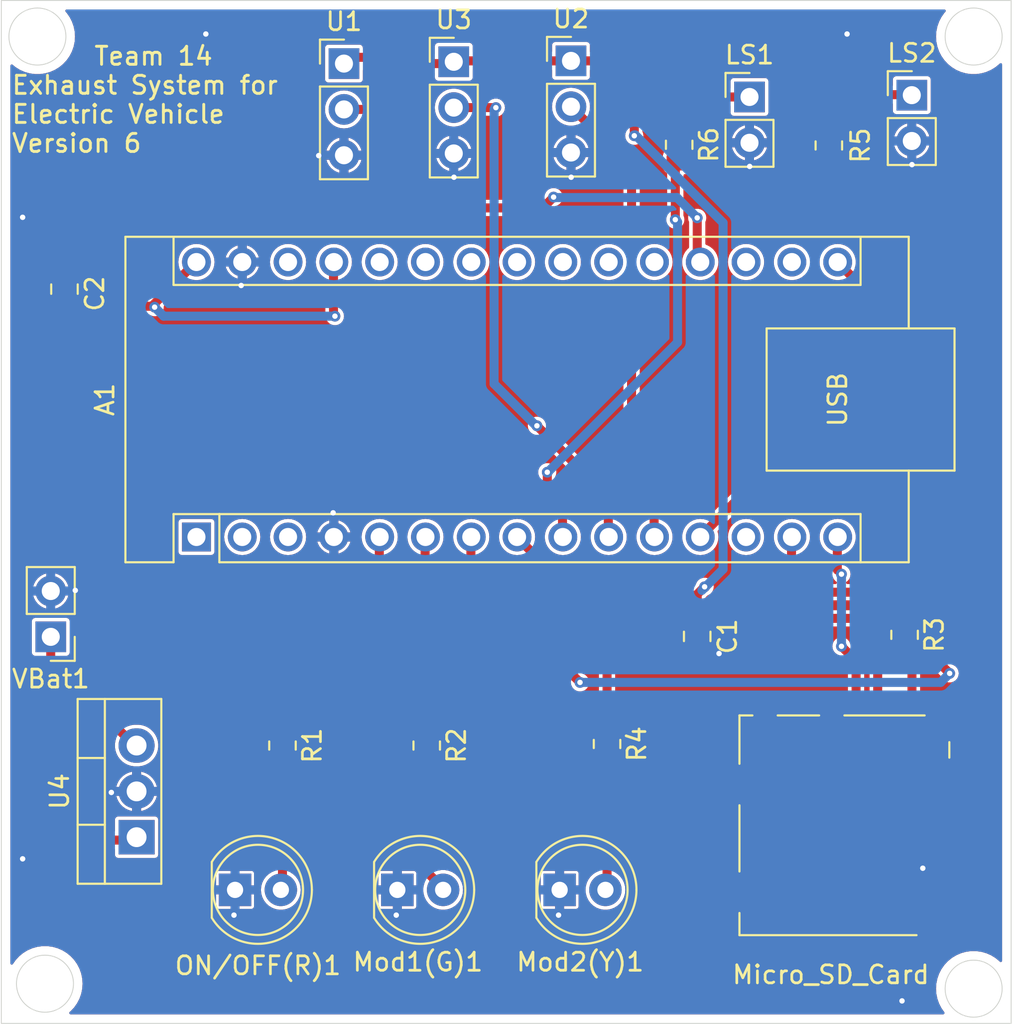
<source format=kicad_pcb>
(kicad_pcb (version 20240108) (generator "pcbnew") (generator_version "8.0")
  (title_block (title "Exhaust System for Electric Vehicle") (date "2024-11-30") (rev "6") (comment 1 "Team 14") (comment 2 "Final CAD"))
  (layers (0 "F.Cu" signal) (31 "B.Cu" signal) (34 "B.Paste" user) (35 "F.Paste" user) (36 "B.SilkS" user "B.Silkscreen") (37 "F.SilkS" user "F.Silkscreen") (38 "B.Mask" user) (39 "F.Mask" user) (44 "Edge.Cuts" user))
  (net 0 "")
  (net 2 "Net-(A1-D3)")
  (net 3 "+5V")
  (net 4 "Net-(A1-D11)")
  (net 5 "Net-(LS2-Pad1)")
  (net 6 "Net-(A1-D5)")
  (net 7 "Net-(A1-D2)")
  (net 8 "GND")
  (net 9 "Net-(LS1-Pad1)")
  (net 10 "Net-(A1-D4)")
  (net 11 "Net-(A1-D12)")
  (net 12 "Net-(A1-D13)")
  (net 16 "Net-(Mod1(G)1-A)")
  (net 17 "Net-(Mod2(Y)1-A)")
  (net 18 "Net-(ON/OFF(R)1-A)")
  (net 31 "Net-(A1-D6)")
  (net 32 "Net-(A1-D9)")
  (net 33 "Net-(A1-+5V)")
  (net 34 "Net-(U4-VI)")
  (net 36 "Net-(A1-A0)")
  (net 37 "Net-(A1-D7)")
  (net 38 "Net-(A1-D8)")
  (footprint "LED_THT:LED_D5.0mm" (layer "F.Cu") (at 118.46 133.8)
    (property "Reference" "ON/OFF(R)1" (at 1.27 4.2 0) (layer "F.SilkS"))
    (property "Value" "LED")
    (fp_line (start -1.29 -1.545) (end -1.29 1.545) (stroke (width 0.12)) (layer "F.SilkS"))
    (fp_arc (start -1.29 -1.54483) (mid 2.072002 -2.880433) (end 4.26 0.000462) (stroke (width 0.12)) (layer "F.SilkS"))
    (fp_arc (start 4.26 -0.000462) (mid 2.072002 2.880433) (end -1.29 1.54483) (stroke (width 0.12)) (layer "F.SilkS"))
    (fp_circle (center 1.27 0) (end 3.77 0) (stroke (width 0.12)) (fill none) (layer "F.SilkS"))
    (pad "1" thru_hole rect (at 0 0) (size 1.8 1.8) (drill 0.9) (layers "*.Cu" "*.Mask") (net 8 "GND"))
    (pad "2" thru_hole circle (at 2.54 0) (size 1.8 1.8) (drill 0.9) (layers "*.Cu" "*.Mask") (net 18 "Net-(ON/OFF(R)1-A)"))
  )
  (footprint "Connector_PinHeader_2.54mm:PinHeader_1x02_P2.54mm_Vertical" (layer "F.Cu") (at 108.24 119.775 180)
    (property "Reference" "VBat1" (at 0 -2.33 0) (layer "F.SilkS"))
    (property "Value" "9V")
    (fp_line (start 1.33 1.27) (end 1.33 3.87) (stroke (width 0.12)) (layer "F.SilkS"))
    (fp_line (start -1.33 3.87) (end 1.33 3.87) (stroke (width 0.12)) (layer "F.SilkS"))
    (fp_line (start -1.33 1.27) (end 1.33 1.27) (stroke (width 0.12)) (layer "F.SilkS"))
    (fp_line (start -1.33 1.27) (end -1.33 3.87) (stroke (width 0.12)) (layer "F.SilkS"))
    (fp_line (start -1.33 0) (end -1.33 -1.33) (stroke (width 0.12)) (layer "F.SilkS"))
    (fp_line (start -1.33 -1.33) (end 0 -1.33) (stroke (width 0.12)) (layer "F.SilkS"))
    (pad "1" thru_hole rect (at 0 0 180) (size 1.7 1.7) (drill 1) (layers "*.Cu" "*.Mask") (net 34 "Net-(U4-VI)"))
    (pad "2" thru_hole oval (at 0 2.54 180) (size 1.7 1.7) (drill 1) (layers "*.Cu" "*.Mask") (net 8 "GND"))
  )
  (footprint "Connector_PinHeader_2.54mm:PinHeader_1x02_P2.54mm_Vertical" (layer "F.Cu") (at 155.99 89.75)
    (property "Reference" "LS2" (at 0 -2.33 0) (layer "F.SilkS"))
    (property "Value" "Speaker")
    (fp_line (start -1.33 -1.33) (end 0 -1.33) (stroke (width 0.12)) (layer "F.SilkS"))
    (fp_line (start -1.33 0) (end -1.33 -1.33) (stroke (width 0.12)) (layer "F.SilkS"))
    (fp_line (start -1.33 1.27) (end -1.33 3.87) (stroke (width 0.12)) (layer "F.SilkS"))
    (fp_line (start -1.33 1.27) (end 1.33 1.27) (stroke (width 0.12)) (layer "F.SilkS"))
    (fp_line (start -1.33 3.87) (end 1.33 3.87) (stroke (width 0.12)) (layer "F.SilkS"))
    (fp_line (start 1.33 1.27) (end 1.33 3.87) (stroke (width 0.12)) (layer "F.SilkS"))
    (pad "1" thru_hole rect (at 0 0) (size 1.7 1.7) (drill 1) (layers "*.Cu" "*.Mask") (net 5 "Net-(LS2-Pad1)"))
    (pad "2" thru_hole oval (at 0 2.54) (size 1.7 1.7) (drill 1) (layers "*.Cu" "*.Mask") (net 8 "GND"))
  )
  (footprint "LED_THT:LED_D5.0mm" (layer "F.Cu") (at 136.46 133.8)
    (property "Reference" "Mod2(Y)1" (at 1.14 4 0) (layer "F.SilkS"))
    (property "Value" "LED")
    (fp_line (start -1.29 -1.545) (end -1.29 1.545) (stroke (width 0.12)) (layer "F.SilkS"))
    (fp_arc (start -1.29 -1.54483) (mid 2.072002 -2.880433) (end 4.26 0.000462) (stroke (width 0.12)) (layer "F.SilkS"))
    (fp_arc (start 4.26 -0.000462) (mid 2.072002 2.880433) (end -1.29 1.54483) (stroke (width 0.12)) (layer "F.SilkS"))
    (fp_circle (center 1.27 0) (end 3.77 0) (stroke (width 0.12)) (fill none) (layer "F.SilkS"))
    (pad "1" thru_hole rect (at 0 0) (size 1.8 1.8) (drill 0.9) (layers "*.Cu" "*.Mask") (net 8 "GND"))
    (pad "2" thru_hole circle (at 2.54 0) (size 1.8 1.8) (drill 0.9) (layers "*.Cu" "*.Mask") (net 17 "Net-(Mod2(Y)1-A)"))
  )
  (footprint "LED_THT:LED_D5.0mm" (layer "F.Cu") (at 127.46 133.8)
    (property "Reference" "Mod1(G)1" (at 1.14 4 0) (layer "F.SilkS"))
    (property "Value" "LED")
    (fp_line (start -1.29 -1.545) (end -1.29 1.545) (stroke (width 0.12)) (layer "F.SilkS"))
    (fp_arc (start -1.29 -1.54483) (mid 2.072002 -2.880433) (end 4.26 0.000462) (stroke (width 0.12)) (layer "F.SilkS"))
    (fp_arc (start 4.26 -0.000462) (mid 2.072002 2.880433) (end -1.29 1.54483) (stroke (width 0.12)) (layer "F.SilkS"))
    (fp_circle (center 1.27 0) (end 3.77 0) (stroke (width 0.12)) (fill none) (layer "F.SilkS"))
    (pad "1" thru_hole rect (at 0 0) (size 1.8 1.8) (drill 0.9) (layers "*.Cu" "*.Mask") (net 8 "GND"))
    (pad "2" thru_hole circle (at 2.54 0) (size 1.8 1.8) (drill 0.9) (layers "*.Cu" "*.Mask") (net 16 "Net-(Mod1(G)1-A)"))
  )
  (footprint "Package_TO_SOT_THT:TO-220-3_Vertical" (layer "F.Cu") (at 113 130.88 90)
    (property "Reference" "U4" (at 2.54 -4.27 90) (layer "F.SilkS"))
    (property "Value" "LM7805_TO220")
    (fp_line (start 7.66 -3.27) (end 7.66 1.371) (stroke (width 0.12)) (layer "F.SilkS"))
    (fp_line (start 4.391 -3.27) (end 4.391 -1.76) (stroke (width 0.12)) (layer "F.SilkS"))
    (fp_line (start 0.69 -3.27) (end 0.69 -1.76) (stroke (width 0.12)) (layer "F.SilkS"))
    (fp_line (start -2.58 -3.27) (end 7.66 -3.27) (stroke (width 0.12)) (layer "F.SilkS"))
    (fp_line (start -2.58 -3.27) (end -2.58 1.371) (stroke (width 0.12)) (layer "F.SilkS"))
    (fp_line (start -2.58 -1.76) (end 7.66 -1.76) (stroke (width 0.12)) (layer "F.SilkS"))
    (fp_line (start -2.58 1.371) (end 7.66 1.371) (stroke (width 0.12)) (layer "F.SilkS"))
    (pad "1" thru_hole rect (at 0 0 90) (size 1.905 2) (drill 1.1) (layers "*.Cu" "*.Mask") (net 34 "Net-(U4-VI)"))
    (pad "2" thru_hole oval (at 2.54 0 90) (size 1.905 2) (drill 1.1) (layers "*.Cu" "*.Mask") (net 8 "GND"))
    (pad "3" thru_hole oval (at 5.08 0 90) (size 1.905 2) (drill 1.1) (layers "*.Cu" "*.Mask") (net 33 "Net-(A1-+5V)"))
  )
  (footprint "Module:Arduino_Nano" (layer "F.Cu") (at 116.32 114.24 90)
    (property "Reference" "A1" (at 7.62 -5.08 90) (layer "F.SilkS"))
    (property "Value" "Arduino_Nano_v3.x")
    (fp_line (start 16.64 -3.94) (end -1.4 -3.94) (stroke (width 0.12)) (layer "F.SilkS"))
    (fp_line (start -1.4 -3.94) (end -1.4 -1.27) (stroke (width 0.12)) (layer "F.SilkS"))
    (fp_line (start 13.97 -1.27) (end 16.64 -1.27) (stroke (width 0.12)) (layer "F.SilkS"))
    (fp_line (start 13.97 -1.27) (end 13.97 36.83) (stroke (width 0.12)) (layer "F.SilkS"))
    (fp_line (start 1.27 -1.27) (end -1.4 -1.27) (stroke (width 0.12)) (layer "F.SilkS"))
    (fp_line (start 1.27 1.27) (end 1.27 -1.27) (stroke (width 0.12)) (layer "F.SilkS"))
    (fp_line (start 1.27 1.27) (end -1.4 1.27) (stroke (width 0.12)) (layer "F.SilkS"))
    (fp_line (start 1.27 1.27) (end 1.27 36.83) (stroke (width 0.12)) (layer "F.SilkS"))
    (fp_line (start -1.4 1.27) (end -1.4 39.5) (stroke (width 0.12)) (layer "F.SilkS"))
    (fp_line (start 11.56 31.62) (end 11.56 42.04) (stroke (width 0.12)) (layer "F.SilkS"))
    (fp_line (start 3.68 31.62) (end 11.56 31.62) (stroke (width 0.12)) (layer "F.SilkS"))
    (fp_line (start 13.97 36.83) (end 16.64 36.83) (stroke (width 0.12)) (layer "F.SilkS"))
    (fp_line (start 1.27 36.83) (end -1.4 36.83) (stroke (width 0.12)) (layer "F.SilkS"))
    (fp_line (start 16.64 39.5) (end 16.64 -3.94) (stroke (width 0.12)) (layer "F.SilkS"))
    (fp_line (start 16.64 39.5) (end 11.56 39.5) (stroke (width 0.12)) (layer "F.SilkS"))
    (fp_line (start -1.4 39.5) (end 3.68 39.5) (stroke (width 0.12)) (layer "F.SilkS"))
    (fp_line (start 11.56 42.04) (end 3.68 42.04) (stroke (width 0.12)) (layer "F.SilkS"))
    (fp_line (start 3.68 42.04) (end 3.68 31.62) (stroke (width 0.12)) (layer "F.SilkS"))
    (fp_text user "USB" (at 7.62 35.56 90) (layer "F.SilkS"))
    (pad "1" thru_hole rect (at 0 0 90) (size 1.6 1.6) (drill 1) (layers "*.Cu" "*.Mask"))
    (pad "2" thru_hole oval (at 0 2.54 90) (size 1.6 1.6) (drill 1) (layers "*.Cu" "*.Mask"))
    (pad "3" thru_hole oval (at 0 5.08 90) (size 1.6 1.6) (drill 1) (layers "*.Cu" "*.Mask"))
    (pad "4" thru_hole oval (at 0 7.62 90) (size 1.6 1.6) (drill 1) (layers "*.Cu" "*.Mask") (net 8 "GND"))
    (pad "5" thru_hole oval (at 0 10.16 90) (size 1.6 1.6) (drill 1) (layers "*.Cu" "*.Mask") (net 7 "Net-(A1-D2)"))
    (pad "6" thru_hole oval (at 0 12.7 90) (size 1.6 1.6) (drill 1) (layers "*.Cu" "*.Mask") (net 2 "Net-(A1-D3)"))
    (pad "7" thru_hole oval (at 0 15.24 90) (size 1.6 1.6) (drill 1) (layers "*.Cu" "*.Mask") (net 10 "Net-(A1-D4)"))
    (pad "8" thru_hole oval (at 0 17.78 90) (size 1.6 1.6) (drill 1) (layers "*.Cu" "*.Mask") (net 6 "Net-(A1-D5)"))
    (pad "9" thru_hole oval (at 0 20.32 90) (size 1.6 1.6) (drill 1) (layers "*.Cu" "*.Mask") (net 31 "Net-(A1-D6)"))
    (pad "10" thru_hole oval (at 0 22.86 90) (size 1.6 1.6) (drill 1) (layers "*.Cu" "*.Mask") (net 37 "Net-(A1-D7)"))
    (pad "11" thru_hole oval (at 0 25.4 90) (size 1.6 1.6) (drill 1) (layers "*.Cu" "*.Mask") (net 38 "Net-(A1-D8)"))
    (pad "12" thru_hole oval (at 0 27.94 90) (size 1.6 1.6) (drill 1) (layers "*.Cu" "*.Mask") (net 32 "Net-(A1-D9)"))
    (pad "13" thru_hole oval (at 0 30.48 90) (size 1.6 1.6) (drill 1) (layers "*.Cu" "*.Mask"))
    (pad "14" thru_hole oval (at 0 33.02 90) (size 1.6 1.6) (drill 1) (layers "*.Cu" "*.Mask") (net 4 "Net-(A1-D11)"))
    (pad "15" thru_hole oval (at 0 35.56 90) (size 1.6 1.6) (drill 1) (layers "*.Cu" "*.Mask") (net 11 "Net-(A1-D12)"))
    (pad "16" thru_hole oval (at 15.24 35.56 90) (size 1.6 1.6) (drill 1) (layers "*.Cu" "*.Mask") (net 12 "Net-(A1-D13)"))
    (pad "17" thru_hole oval (at 15.24 33.02 90) (size 1.6 1.6) (drill 1) (layers "*.Cu" "*.Mask"))
    (pad "18" thru_hole oval (at 15.24 30.48 90) (size 1.6 1.6) (drill 1) (layers "*.Cu" "*.Mask"))
    (pad "19" thru_hole oval (at 15.24 27.94 90) (size 1.6 1.6) (drill 1) (layers "*.Cu" "*.Mask") (net 36 "Net-(A1-A0)"))
    (pad "20" thru_hole oval (at 15.24 25.4 90) (size 1.6 1.6) (drill 1) (layers "*.Cu" "*.Mask"))
    (pad "21" thru_hole oval (at 15.24 22.86 90) (size 1.6 1.6) (drill 1) (layers "*.Cu" "*.Mask"))
    (pad "22" thru_hole oval (at 15.24 20.32 90) (size 1.6 1.6) (drill 1) (layers "*.Cu" "*.Mask"))
    (pad "23" thru_hole oval (at 15.24 17.78 90) (size 1.6 1.6) (drill 1) (layers "*.Cu" "*.Mask"))
    (pad "24" thru_hole oval (at 15.24 15.24 90) (size 1.6 1.6) (drill 1) (layers "*.Cu" "*.Mask"))
    (pad "25" thru_hole oval (at 15.24 12.7 90) (size 1.6 1.6) (drill 1) (layers "*.Cu" "*.Mask"))
    (pad "26" thru_hole oval (at 15.24 10.16 90) (size 1.6 1.6) (drill 1) (layers "*.Cu" "*.Mask"))
    (pad "27" thru_hole oval (at 15.24 7.62 90) (size 1.6 1.6) (drill 1) (layers "*.Cu" "*.Mask") (net 33 "Net-(A1-+5V)"))
    (pad "28" thru_hole oval (at 15.24 5.08 90) (size 1.6 1.6) (drill 1) (layers "*.Cu" "*.Mask"))
    (pad "29" thru_hole oval (at 15.24 2.54 90) (size 1.6 1.6) (drill 1) (layers "*.Cu" "*.Mask") (net 8 "GND"))
    (pad "30" thru_hole oval (at 15.24 0 90) (size 1.6 1.6) (drill 1) (layers "*.Cu" "*.Mask") (net 33 "Net-(A1-+5V)"))
  )
  (footprint "Connector_Card:microSD_HC_Molex_104031-0811" (layer "F.Cu") (at 152.2525 130.2 -90)
    (property "Reference" "J1" (hide yes))
    (property "Value" "Micro_SD_Card" (at 8.3 0.7525 0) (layer "F.SilkS"))
    (fp_line (start -6.07 5.82) (end -3.39 5.82) (stroke (width 0.12)) (layer "F.SilkS"))
    (fp_line (start -1.09 5.82) (end 2.58 5.82) (stroke (width 0.12)) (layer "F.SilkS"))
    (fp_line (start 4.88 5.82) (end 6.11 5.82) (stroke (width 0.12)) (layer "F.SilkS"))
    (fp_line (start 6.11 5.82) (end 6.11 -4) (stroke (width 0.12)) (layer "F.SilkS"))
    (fp_line (start -6.07 5.1) (end -6.07 5.82) (stroke (width 0.12)) (layer "F.SilkS"))
    (fp_line (start -6.07 1.4) (end -6.07 3.7) (stroke (width 0.12)) (layer "F.SilkS"))
    (fp_line (start -6.07 -4.45) (end -6.07 0) (stroke (width 0.12)) (layer "F.SilkS"))
    (fp_line (start -4.59 -5.82) (end -3.73 -5.82) (stroke (width 0.12)) (layer "F.SilkS"))
    (pad "1" smd rect (at -3.105 -5.45 270) (size 0.85 1.1) (layers "F.Cu" "F.Paste" "F.Mask"))
    (pad "2" smd rect (at -2.005 -5.45 270) (size 0.85 1.1) (layers "F.Cu" "F.Paste" "F.Mask") (net 10 "Net-(A1-D4)"))
    (pad "3" smd rect (at -0.905 -5.45 270) (size 0.85 1.1) (layers "F.Cu" "F.Paste" "F.Mask") (net 4 "Net-(A1-D11)"))
    (pad "4" smd rect (at 0.195 -5.45 270) (size 0.85 1.1) (layers "F.Cu" "F.Paste" "F.Mask") (net 3 "+5V"))
    (pad "5" smd rect (at 1.295 -5.45 270) (size 0.85 1.1) (layers "F.Cu" "F.Paste" "F.Mask") (net 12 "Net-(A1-D13)"))
    (pad "6" smd rect (at 2.395 -5.45 270) (size 0.85 1.1) (layers "F.Cu" "F.Paste" "F.Mask") (net 8 "GND"))
    (pad "7" smd rect (at 3.495 -5.45 270) (size 0.85 1.1) (layers "F.Cu" "F.Paste" "F.Mask") (net 11 "Net-(A1-D12)"))
    (pad "8" smd rect (at 4.545 -5.45 270) (size 0.75 1.1) (layers "F.Cu" "F.Paste" "F.Mask"))
    (pad "9" smd rect (at -5.74 0.7 270) (size 1.2 1) (layers "F.Cu" "F.Paste" "F.Mask"))
    (pad "10" smd rect (at -5.74 4.4 270) (size 1.2 1) (layers "F.Cu" "F.Paste" "F.Mask"))
    (pad "11" smd rect (at -5.565 -5.325 270) (size 1.55 1.35) (layers "F.Cu" "F.Paste" "F.Mask"))
    (pad "11" smd rect (at -2.24 5.375 270) (size 1.9 1.35) (layers "F.Cu" "F.Paste" "F.Mask"))
    (pad "11" smd rect (at 3.73 5.375 270) (size 1.9 1.35) (layers "F.Cu" "F.Paste" "F.Mask"))
    (pad "11" smd rect (at 5.755 -5.1 270) (size 1.17 1.8) (layers "F.Cu" "F.Paste" "F.Mask"))
  )
  (footprint "Connector_PinHeader_2.54mm:PinHeader_1x03_P2.54mm_Vertical" (layer "F.Cu") (at 124.5 88)
    (property "Reference" "U1" (at 0 -2.33 0) (layer "F.SilkS"))
    (property "Value" "TPS60500DGS")
    (fp_line (start -1.33 -1.33) (end 0 -1.33) (stroke (width 0.12)) (layer "F.SilkS"))
    (fp_line (start -1.33 0) (end -1.33 -1.33) (stroke (width 0.12)) (layer "F.SilkS"))
    (fp_line (start -1.33 1.27) (end -1.33 6.41) (stroke (width 0.12)) (layer "F.SilkS"))
    (fp_line (start -1.33 1.27) (end 1.33 1.27) (stroke (width 0.12)) (layer "F.SilkS"))
    (fp_line (start -1.33 6.41) (end 1.33 6.41) (stroke (width 0.12)) (layer "F.SilkS"))
    (fp_line (start 1.33 1.27) (end 1.33 6.41) (stroke (width 0.12)) (layer "F.SilkS"))
    (pad "1" thru_hole rect (at 0 0) (size 1.7 1.7) (drill 1) (layers "*.Cu" "*.Mask") (net 3 "+5V"))
    (pad "2" thru_hole oval (at 0 2.54) (size 1.7 1.7) (drill 1) (layers "*.Cu" "*.Mask") (net 36 "Net-(A1-A0)"))
    (pad "3" thru_hole oval (at 0 5.08) (size 1.7 1.7) (drill 1) (layers "*.Cu" "*.Mask") (net 8 "GND"))
  )
  (footprint "Resistor_SMD:R_0805_2012Metric" (layer "F.Cu") (at 151.39 92.5375 -90)
    (property "Reference" "R5" (at 0 -1.75 90) (layer "F.SilkS"))
    (property "Value" "1k")
    (fp_line (start -0.227064 0.735) (end 0.227064 0.735) (stroke (width 0.12)) (layer "F.SilkS"))
    (fp_line (start -0.227064 -0.735) (end 0.227064 -0.735) (stroke (width 0.12)) (layer "F.SilkS"))
    (pad "1" smd roundrect (at -0.9125 0 270) (size 1.025 1.4) (layers "F.Cu" "F.Paste" "F.Mask") (roundrect_rratio 0.243902) (net 5 "Net-(LS2-Pad1)"))
    (pad "2" smd roundrect (at 0.9125 0 270) (size 1.025 1.4) (layers "F.Cu" "F.Paste" "F.Mask") (roundrect_rratio 0.243902) (net 32 "Net-(A1-D9)"))
  )
  (footprint "Resistor_SMD:R_0805_2012Metric" (layer "F.Cu") (at 143.09 92.5 -90)
    (property "Reference" "R6" (at 0 -1.65 90) (layer "F.SilkS"))
    (property "Value" "1k")
    (fp_line (start -0.227064 0.735) (end 0.227064 0.735) (stroke (width 0.12)) (layer "F.SilkS"))
    (fp_line (start -0.227064 -0.735) (end 0.227064 -0.735) (stroke (width 0.12)) (layer "F.SilkS"))
    (pad "1" smd roundrect (at -0.9125 0 270) (size 1.025 1.4) (layers "F.Cu" "F.Paste" "F.Mask") (roundrect_rratio 0.243902) (net 9 "Net-(LS1-Pad1)"))
    (pad "2" smd roundrect (at 0.9125 0 270) (size 1.025 1.4) (layers "F.Cu" "F.Paste" "F.Mask") (roundrect_rratio 0.243902) (net 31 "Net-(A1-D6)"))
  )
  (footprint "Capacitor_SMD:C_0805_2012Metric" (layer "F.Cu") (at 109 100.5 -90)
    (property "Reference" "C2" (at 0.25 -1.68 90) (layer "F.SilkS"))
    (property "Value" "10 uF")
    (fp_line (start -0.261252 0.735) (end 0.261252 0.735) (stroke (width 0.12)) (layer "F.SilkS"))
    (fp_line (start -0.261252 -0.735) (end 0.261252 -0.735) (stroke (width 0.12)) (layer "F.SilkS"))
    (pad "1" smd roundrect (at -0.95 0 270) (size 1 1.45) (layers "F.Cu" "F.Paste" "F.Mask") (net 8 "GND"))
    (pad "2" smd roundrect (at 0.95 0 270) (size 1 1.45) (layers "F.Cu" "F.Paste" "F.Mask") (net 33 "Net-(A1-+5V)"))
  )
  (footprint "Resistor_SMD:R_0805_2012Metric" (layer "F.Cu") (at 129.09 125.8 -90)
    (property "Reference" "R2" (at 0 -1.65 -90) (layer "F.SilkS"))
    (property "Value" "220")
    (fp_line (start -0.227064 0.735) (end 0.227064 0.735) (stroke (width 0.12)) (layer "F.SilkS"))
    (fp_line (start -0.227064 -0.735) (end 0.227064 -0.735) (stroke (width 0.12)) (layer "F.SilkS"))
    (pad "1" smd roundrect (at -0.9125 0 270) (size 1.025 1.4) (layers "F.Cu" "F.Paste" "F.Mask") (roundrect_rratio 0.243902) (net 2 "Net-(A1-D3)"))
    (pad "2" smd roundrect (at 0.9125 0 270) (size 1.025 1.4) (layers "F.Cu" "F.Paste" "F.Mask") (roundrect_rratio 0.243902) (net 16 "Net-(Mod1(G)1-A)"))
  )
  (footprint "Connector_PinHeader_2.54mm:PinHeader_1x03_P2.54mm_Vertical" (layer "F.Cu") (at 137.09 87.85)
    (property "Reference" "U2" (at 0 -2.33 0) (layer "F.SilkS"))
    (property "Value" "TSIC206-TO92")
    (fp_line (start -1.33 -1.33) (end 0 -1.33) (stroke (width 0.12)) (layer "F.SilkS"))
    (fp_line (start -1.33 0) (end -1.33 -1.33) (stroke (width 0.12)) (layer "F.SilkS"))
    (fp_line (start -1.33 1.27) (end -1.33 6.41) (stroke (width 0.12)) (layer "F.SilkS"))
    (fp_line (start -1.33 1.27) (end 1.33 1.27) (stroke (width 0.12)) (layer "F.SilkS"))
    (fp_line (start -1.33 6.41) (end 1.33 6.41) (stroke (width 0.12)) (layer "F.SilkS"))
    (fp_line (start 1.33 1.27) (end 1.33 6.41) (stroke (width 0.12)) (layer "F.SilkS"))
    (pad "1" thru_hole rect (at 0 0) (size 1.7 1.7) (drill 1) (layers "*.Cu" "*.Mask") (net 3 "+5V"))
    (pad "2" thru_hole oval (at 0 2.54) (size 1.7 1.7) (drill 1) (layers "*.Cu" "*.Mask") (net 38 "Net-(A1-D8)"))
    (pad "3" thru_hole oval (at 0 5.08) (size 1.7 1.7) (drill 1) (layers "*.Cu" "*.Mask") (net 8 "GND"))
  )
  (footprint "Connector_PinHeader_2.54mm:PinHeader_1x02_P2.54mm_Vertical" (layer "F.Cu") (at 146.99 89.85)
    (property "Reference" "LS1" (at 0 -2.33 0) (layer "F.SilkS"))
    (property "Value" "Speaker")
    (fp_line (start -1.33 -1.33) (end 0 -1.33) (stroke (width 0.12)) (layer "F.SilkS"))
    (fp_line (start -1.33 0) (end -1.33 -1.33) (stroke (width 0.12)) (layer "F.SilkS"))
    (fp_line (start -1.33 1.27) (end -1.33 3.87) (stroke (width 0.12)) (layer "F.SilkS"))
    (fp_line (start -1.33 1.27) (end 1.33 1.27) (stroke (width 0.12)) (layer "F.SilkS"))
    (fp_line (start -1.33 3.87) (end 1.33 3.87) (stroke (width 0.12)) (layer "F.SilkS"))
    (fp_line (start 1.33 1.27) (end 1.33 3.87) (stroke (width 0.12)) (layer "F.SilkS"))
    (pad "1" thru_hole rect (at 0 0) (size 1.7 1.7) (drill 1) (layers "*.Cu" "*.Mask") (net 9 "Net-(LS1-Pad1)"))
    (pad "2" thru_hole oval (at 0 2.54) (size 1.7 1.7) (drill 1) (layers "*.Cu" "*.Mask") (net 8 "GND"))
  )
  (footprint "Resistor_SMD:R_0805_2012Metric" (layer "F.Cu") (at 121.09 125.8 -90)
    (property "Reference" "R1" (at 0 -1.65 -90) (layer "F.SilkS"))
    (property "Value" "220")
    (fp_line (start -0.227064 0.735) (end 0.227064 0.735) (stroke (width 0.12)) (layer "F.SilkS"))
    (fp_line (start -0.227064 -0.735) (end 0.227064 -0.735) (stroke (width 0.12)) (layer "F.SilkS"))
    (pad "1" smd roundrect (at -0.9125 0 270) (size 1.025 1.4) (layers "F.Cu" "F.Paste" "F.Mask") (roundrect_rratio 0.243902) (net 7 "Net-(A1-D2)"))
    (pad "2" smd roundrect (at 0.9125 0 270) (size 1.025 1.4) (layers "F.Cu" "F.Paste" "F.Mask") (roundrect_rratio 0.243902) (net 18 "Net-(ON/OFF(R)1-A)"))
  )
  (footprint "Resistor_SMD:R_0805_2012Metric" (layer "F.Cu") (at 139.09 125.7125 -90)
    (property "Reference" "R4" (at 0 -1.65 -90) (layer "F.SilkS"))
    (property "Value" "220")
    (fp_line (start -0.227064 0.735) (end 0.227064 0.735) (stroke (width 0.12)) (layer "F.SilkS"))
    (fp_line (start -0.227064 -0.735) (end 0.227064 -0.735) (stroke (width 0.12)) (layer "F.SilkS"))
    (pad "1" smd roundrect (at -0.9125 0 270) (size 1.025 1.4) (layers "F.Cu" "F.Paste" "F.Mask") (roundrect_rratio 0.243902) (net 6 "Net-(A1-D5)"))
    (pad "2" smd roundrect (at 0.9125 0 270) (size 1.025 1.4) (layers "F.Cu" "F.Paste" "F.Mask") (roundrect_rratio 0.243902) (net 17 "Net-(Mod2(Y)1-A)"))
  )
  (footprint "Resistor_SMD:R_0805_2012Metric" (layer "F.Cu") (at 155.59 119.6625 -90)
    (property "Reference" "R3" (at 0 -1.65 -90) (layer "F.SilkS"))
    (property "Value" "1k")
    (fp_line (start -0.227064 0.735) (end 0.227064 0.735) (stroke (width 0.12)) (layer "F.SilkS"))
    (fp_line (start -0.227064 -0.735) (end 0.227064 -0.735) (stroke (width 0.12)) (layer "F.SilkS"))
    (pad "1" smd roundrect (at -0.9125 0 270) (size 1.025 1.4) (layers "F.Cu" "F.Paste" "F.Mask") (roundrect_rratio 0.243902) (net 3 "+5V"))
    (pad "2" smd roundrect (at 0.9125 0 270) (size 1.025 1.4) (layers "F.Cu" "F.Paste" "F.Mask") (roundrect_rratio 0.243902) (net 10 "Net-(A1-D4)"))
  )
  (footprint "Capacitor_SMD:C_0805_2012Metric" (layer "F.Cu") (at 144.09 119.75 -90)
    (property "Reference" "C1" (at 0 -1.68 -90) (layer "F.SilkS"))
    (property "Value" "100 nF")
    (fp_line (start -0.261252 0.735) (end 0.261252 0.735) (stroke (width 0.12)) (layer "F.SilkS"))
    (fp_line (start -0.261252 -0.735) (end 0.261252 -0.735) (stroke (width 0.12)) (layer "F.SilkS"))
    (pad "1" smd roundrect (at -0.95 0 270) (size 1 1.45) (layers "F.Cu" "F.Paste" "F.Mask") (net 3 "+5V"))
    (pad "2" smd roundrect (at 0.95 0 270) (size 1 1.45) (layers "F.Cu" "F.Paste" "F.Mask") (net 8 "GND"))
  )
  (footprint "Connector_PinHeader_2.54mm:PinHeader_1x03_P2.54mm_Vertical" (layer "F.Cu") (at 130.59 87.9)
    (property "Reference" "U3" (at 0 -2.33 0) (layer "F.SilkS"))
    (property "Value" "TSIC206-TO92")
    (fp_line (start -1.33 -1.33) (end 0 -1.33) (stroke (width 0.12)) (layer "F.SilkS"))
    (fp_line (start -1.33 0) (end -1.33 -1.33) (stroke (width 0.12)) (layer "F.SilkS"))
    (fp_line (start -1.33 1.27) (end -1.33 6.41) (stroke (width 0.12)) (layer "F.SilkS"))
    (fp_line (start -1.33 1.27) (end 1.33 1.27) (stroke (width 0.12)) (layer "F.SilkS"))
    (fp_line (start -1.33 6.41) (end 1.33 6.41) (stroke (width 0.12)) (layer "F.SilkS"))
    (fp_line (start 1.33 1.27) (end 1.33 6.41) (stroke (width 0.12)) (layer "F.SilkS"))
    (pad "1" thru_hole rect (at 0 0) (size 1.7 1.7) (drill 1) (layers "*.Cu" "*.Mask") (net 3 "+5V"))
    (pad "2" thru_hole oval (at 0 2.54) (size 1.7 1.7) (drill 1) (layers "*.Cu" "*.Mask") (net 37 "Net-(A1-D7)"))
    (pad "3" thru_hole oval (at 0 5.08) (size 1.7 1.7) (drill 1) (layers "*.Cu" "*.Mask") (net 8 "GND"))
  )
  (gr_circle (center 107.5 86.5) (end 109 86) (stroke (width 0.05)) (fill none) (layer "Edge.Cuts"))
  (gr_rect (start 105.5 84.5) (end 161.5 141.2) (stroke (width 0.05)) (fill none) (layer "Edge.Cuts"))
  (gr_circle (center 159.418862 139.275) (end 160.918862 139.775) (stroke (width 0.05)) (fill none) (layer "Edge.Cuts"))
  (gr_circle (center 159.418862 86.5) (end 160.918862 86) (stroke (width 0.05)) (fill none) (layer "Edge.Cuts"))
  (gr_circle (center 107.918862 139) (end 106.418862 139.5) (stroke (width 0.05)) (fill none) (layer "Edge.Cuts"))
  (gr_text "      Team 14\nExhaust System for\nElectric Vehicle\nVersion 6" (at 106 93 0) (layer "F.SilkS") (effects (font (size 1 1) (thickness 0.16)) (justify left bottom)))
  (segment (start 129 114.24) (end 129 124.7975) (width 0.5) (layer "F.Cu") (net 2))
  (segment (start 129 124.7975) (end 129.09 124.8875) (width 0.2) (layer "F.Cu") (net 2))
  (segment (start 156.9525 130.395) (end 154.1 127.5425) (width 0.5) (layer "F.Cu") (net 3))
  (segment (start 154.1 120.025) (end 155.375 118.75) (width 0.5) (layer "F.Cu") (net 3))
  (segment (start 157.7025 130.395) (end 156.9525 130.395) (width 0.5) (layer "F.Cu") (net 3))
  (segment (start 140.325 87.85) (end 137.09 87.85) (width 0.5) (layer "F.Cu") (net 3))
  (segment (start 126 88) (end 125.65 87.65) (width 0.5) (layer "F.Cu") (net 3))
  (segment (start 130.59 87.9) (end 130.19 87.9) (width 0.2) (layer "F.Cu") (net 3))
  (segment (start 137.09 87.85) (end 130.64 87.85) (width 0.5) (layer "F.Cu") (net 3))
  (segment (start 154.1 127.5425) (end 154.1 120.025) (width 0.5) (layer "F.Cu") (net 3))
  (segment (start 130.64 87.85) (end 130.59 87.9) (width 0.2) (layer "F.Cu") (net 3))
  (segment (start 144.09 118.8) (end 144.09 117.41) (width 0.5) (layer "F.Cu") (net 3))
  (segment (start 140.6 88.125) (end 140.325 87.85) (width 0.5) (layer "F.Cu") (net 3))
  (segment (start 144.09 117.41) (end 144.5 117) (width 0.5) (layer "F.Cu") (net 3))
  (segment (start 130.19 87.9) (end 130.09 88) (width 0.2) (layer "F.Cu") (net 3))
  (segment (start 130.09 88) (end 126 88) (width 0.5) (layer "F.Cu") (net 3))
  (segment (start 140.6 92) (end 140.6 88.125) (width 0.5) (layer "F.Cu") (net 3))
  (segment (start 155.375 118.75) (end 155.59 118.75) (width 0.5) (layer "F.Cu") (net 3))
  (segment (start 155.59 118.75) (end 144.14 118.75) (width 0.5) (layer "F.Cu") (net 3))
  (segment (start 125.65 87.65) (end 124.49 87.65) (width 0.5) (layer "F.Cu") (net 3))
  (segment (start 144.14 118.75) (end 144.09 118.8) (width 0.5) (layer "F.Cu") (net 3))
  (via (at 144.5 117) (size 0.6) (drill 0.3) (layers "F.Cu" "B.Cu") (net 3))
  (via (at 140.6 92) (size 0.6) (drill 0.3) (layers "F.Cu" "B.Cu") (net 3))
  (segment (start 145.525 96.825) (end 145.525 116.025) (width 0.5) (layer "B.Cu") (net 3))
  (segment (start 145.525 116.025) (end 144.35 117.2) (width 0.5) (layer "B.Cu") (net 3))
  (segment (start 140.65 91.95) (end 145.525 96.825) (width 0.5) (layer "B.Cu") (net 3))
  (segment (start 157.7025 129.295) (end 159.35 129.295) (width 0.5) (layer "F.Cu") (net 4))
  (segment (start 159.35 129.295) (end 159.35 118.994315) (width 0.5) (layer "F.Cu") (net 4))
  (segment (start 159.35 118.994315) (end 157.655685 117.3) (width 0.5) (layer "F.Cu") (net 4))
  (segment (start 149.32 117.03) (end 149.32 114.24) (width 0.5) (layer "F.Cu") (net 4))
  (segment (start 157.655685 117.3) (end 149.59 117.3) (width 0.5) (layer "F.Cu") (net 4))
  (segment (start 149.59 117.3) (end 149.32 117.03) (width 0.5) (layer "F.Cu") (net 4))
  (segment (start 153.29 89.725) (end 151.39 91.625) (width 0.5) (layer "F.Cu") (net 5))
  (segment (start 155.965 89.725) (end 153.29 89.725) (width 0.5) (layer "F.Cu") (net 5))
  (segment (start 155.99 89.75) (end 155.965 89.725) (width 0.5) (layer "F.Cu") (net 5))
  (segment (start 139.09 119.25) (end 139.09 124.8) (width 0.5) (layer "F.Cu") (net 6))
  (segment (start 139.16 124.73) (end 139.09 124.8) (width 0.2) (layer "F.Cu") (net 6))
  (segment (start 134.08 114.24) (end 139.09 119.25) (width 0.5) (layer "F.Cu") (net 6))
  (segment (start 126.46 114.24) (end 126.46 119.5175) (width 0.5) (layer "F.Cu") (net 7))
  (segment (start 126.46 119.5175) (end 121.09 124.8875) (width 0.5) (layer "F.Cu") (net 7))
  (via (at 123.9 112.9) (size 0.6) (drill 0.3) (layers "F.Cu" "B.Cu") (net 8))
  (via (at 156 93.6) (size 0.6) (drill 0.3) (layers "F.Cu" "B.Cu") (net 8))
  (via (at 118.4 135.2) (size 0.6) (drill 0.3) (layers "F.Cu" "B.Cu") (net 8))
  (via (at 116.84 86.36) (size 0.6) (drill 0.3) (layers "F.Cu" "B.Cu") (net 8))
  (via (at 147 93.7) (size 0.6) (drill 0.3) (layers "F.Cu" "B.Cu") (net 8))
  (via (at 145.3 120.7) (size 0.6) (drill 0.3) (layers "F.Cu" "B.Cu") (net 8))
  (via (at 127.4 135.2) (size 0.6) (drill 0.3) (layers "F.Cu" "B.Cu") (net 8))
  (via (at 137.1 94.3) (size 0.6) (drill 0.3) (layers "F.Cu" "B.Cu") (net 8))
  (via (at 136.4 135.2) (size 0.6) (drill 0.3) (layers "F.Cu" "B.Cu") (net 8))
  (via (at 130.6 94.3) (size 0.6) (drill 0.3) (layers "F.Cu" "B.Cu") (net 8))
  (via (at 155.448 139.954) (size 0.6) (drill 0.3) (layers "F.Cu" "B.Cu") (net 8))
  (via (at 111.6 128.4) (size 0.6) (drill 0.3) (layers "F.Cu" "B.Cu") (net 8))
  (via (at 118.8 100.3) (size 0.6) (drill 0.3) (layers "F.Cu" "B.Cu") (net 8))
  (via (at 106.68 132.08) (size 0.6) (drill 0.3) (layers "F.Cu" "B.Cu") (net 8))
  (via (at 109.6 117.2) (size 0.6) (drill 0.3) (layers "F.Cu" "B.Cu") (net 8))
  (via (at 156.6 132.6) (size 0.6) (drill 0.3) (layers "F.Cu" "B.Cu") (net 8))
  (via (at 152.4 86.36) (size 0.6) (drill 0.3) (layers "F.Cu" "B.Cu") (net 8))
  (via (at 106.68 96.52) (size 0.6) (drill 0.3) (layers "F.Cu" "B.Cu") (net 8))
  (via (at 123.1 93.1) (size 0.6) (drill 0.3) (layers "F.Cu" "B.Cu") (net 8))
  (segment (start 146.99 89.85) (end 144.8275 89.85) (width 0.5) (layer "F.Cu") (net 9))
  (segment (start 144.8275 89.85) (end 143.09 91.5875) (width 0.5) (layer "F.Cu") (net 9))
  (segment (start 156 127.55) (end 156.645 128.195) (width 0.5) (layer "F.Cu") (net 10))
  (segment (start 156.645 128.195) (end 157.7025 128.195) (width 0.5) (layer "F.Cu") (net 10))
  (segment (start 155.59 120.575) (end 155.7025 120.6875) (width 0.2) (layer "F.Cu") (net 10))
  (segment (start 155.59 120.575) (end 156 120.985) (width 0.5) (layer "F.Cu") (net 10))
  (segment (start 131.54 116.25) (end 137.59 122.3) (width 0.5) (layer "F.Cu") (net 10))
  (segment (start 156 120.985) (end 156 127.55) (width 0.5) (layer "F.Cu") (net 10))
  (segment (start 155.7025 120.6875) (end 156.9775 120.6875) (width 0.5) (layer "F.Cu") (net 10))
  (segment (start 156.9775 120.6875) (end 158.09 121.8) (width 0.5) (layer "F.Cu") (net 10))
  (segment (start 131.54 114.24) (end 131.54 116.25) (width 0.5) (layer "F.Cu") (net 10))
  (via (at 137.59 122.3) (size 0.6) (drill 0.3) (layers "F.Cu" "B.Cu") (net 10))
  (via (at 158.09 121.8) (size 0.6) (drill 0.3) (layers "F.Cu" "B.Cu") (net 10))
  (segment (start 137.59 122.3) (end 157.59 122.3) (width 0.5) (layer "B.Cu") (net 10))
  (segment (start 157.59 122.3) (end 158.09 121.8) (width 0.5) (layer "B.Cu") (net 10))
  (segment (start 156.095 133.695) (end 152.9 130.5) (width 0.5) (layer "F.Cu") (net 11))
  (segment (start 152.9 121.11) (end 152.09 120.3) (width 0.5) (layer "F.Cu") (net 11))
  (segment (start 151.86 114.24) (end 151.86 116.07) (width 0.5) (layer "F.Cu") (net 11))
  (segment (start 151.86 116.07) (end 152.09 116.3) (width 0.2) (layer "F.Cu") (net 11))
  (segment (start 152.9 130.5) (end 152.9 121.11) (width 0.5) (layer "F.Cu") (net 11))
  (segment (start 157.7025 133.695) (end 156.095 133.695) (width 0.5) (layer "F.Cu") (net 11))
  (via (at 152.09 116.3) (size 0.6) (drill 0.3) (layers "F.Cu" "B.Cu") (net 11))
  (via (at 152.09 120.3) (size 0.6) (drill 0.3) (layers "F.Cu" "B.Cu") (net 11))
  (segment (start 152.09 120.3) (end 152.09 116.3) (width 0.5) (layer "B.Cu") (net 11))
  (segment (start 159.15 117.4) (end 160.05 118.3) (width 0.5) (layer "F.Cu") (net 12))
  (segment (start 160.05 118.3) (end 160.05 130.7) (width 0.5) (layer "F.Cu") (net 12))
  (segment (start 159.15 106.29) (end 159.15 117.4) (width 0.5) (layer "F.Cu") (net 12))
  (segment (start 160.05 130.7) (end 159.255 131.495) (width 0.5) (layer "F.Cu") (net 12))
  (segment (start 159.255 131.495) (end 158.1775 131.495) (width 0.5) (layer "F.Cu") (net 12))
  (segment (start 158.1775 131.495) (end 157.7025 131.495) (width 0.2) (layer "F.Cu") (net 12))
  (segment (start 151.86 99) (end 159.15 106.29) (width 0.5) (layer "F.Cu") (net 12))
  (segment (start 129.09 132.8) (end 130.09 133.8) (width 0.5) (layer "F.Cu") (net 16))
  (segment (start 129.09 126.7125) (end 129.09 132.8) (width 0.5) (layer "F.Cu") (net 16))
  (segment (start 139.09 126.625) (end 139.09 133.8) (width 0.5) (layer "F.Cu") (net 17))
  (segment (start 121.09 126.7125) (end 121.09 133.8) (width 0.5) (layer "F.Cu") (net 18))
  (segment (start 135.775 110.65) (end 135.775 112.15) (width 0.5) (layer "F.Cu") (net 31))
  (segment (start 136.62 114.24) (end 136.62 112.995) (width 0.5) (layer "F.Cu") (net 31))
  (segment (start 136.62 112.995) (end 135.775 112.15) (width 0.5) (layer "F.Cu") (net 31))
  (segment (start 142.875 96.65) (end 142.875 93.6275) (width 0.5) (layer "F.Cu") (net 31))
  (segment (start 142.875 93.6275) (end 143.09 93.4125) (width 0.5) (layer "F.Cu") (net 31))
  (via (at 142.875 96.65) (size 0.6) (drill 0.3) (layers "F.Cu" "B.Cu") (net 31))
  (via (at 135.775 110.65) (size 0.6) (drill 0.3) (layers "F.Cu" "B.Cu") (net 31))
  (segment (start 143 103.45) (end 135.8 110.65) (width 0.5) (layer "B.Cu") (net 31))
  (segment (start 135.8 110.65) (end 135.775 110.65) (width 0.5) (layer "B.Cu") (net 31))
  (segment (start 143 96.775) (end 143 103.45) (width 0.5) (layer "B.Cu") (net 31))
  (segment (start 142.875 96.65) (end 143 96.775) (width 0.5) (layer "B.Cu") (net 31))
  (segment (start 150.625 94.215) (end 150.625 107.855) (width 0.5) (layer "F.Cu") (net 32))
  (segment (start 150.625 107.855) (end 144.24 114.24) (width 0.5) (layer "F.Cu") (net 32))
  (segment (start 151.39 93.45) (end 150.625 94.215) (width 0.5) (layer "F.Cu") (net 32))
  (segment (start 109 103) (end 111 105) (width 0.5) (layer "F.Cu") (net 33))
  (segment (start 124 102) (end 123.92 101.92) (width 0.2) (layer "F.Cu") (net 33))
  (segment (start 113.85 101.45) (end 116.3 99) (width 0.5) (layer "F.Cu") (net 33))
  (segment (start 109 101.45) (end 109 103) (width 0.5) (layer "F.Cu") (net 33))
  (segment (start 111 105) (end 111 123.91) (width 0.5) (layer "F.Cu") (net 33))
  (segment (start 123.92 101.92) (end 123.92 99) (width 0.5) (layer "F.Cu") (net 33))
  (segment (start 109 101.45) (end 113.85 101.45) (width 0.5) (layer "F.Cu") (net 33))
  (segment (start 111 123.91) (end 112.945 125.855) (width 0.5) (layer "F.Cu") (net 33))
  (segment (start 123.92 98.43) (end 123.92 99) (width 0.2) (layer "F.Cu") (net 33))
  (segment (start 112.945 125.855) (end 112.84 125.96) (width 0.2) (layer "F.Cu") (net 33))
  (via (at 124 102) (size 0.6) (drill 0.3) (layers "F.Cu" "B.Cu") (net 33))
  (via (at 114 101.5) (size 0.6) (drill 0.3) (layers "F.Cu" "B.Cu") (net 33))
  (segment (start 114.5 102) (end 114 101.5) (width 0.5) (layer "B.Cu") (net 33))
  (segment (start 124 102) (end 114.5 102) (width 0.5) (layer "B.Cu") (net 33))
  (segment (start 108.24 119.775) (end 108.24 128.24) (width 0.5) (layer "F.Cu") (net 34))
  (segment (start 111.04 131.04) (end 112.945 131.04) (width 0.5) (layer "F.Cu") (net 34))
  (segment (start 108.24 128.24) (end 111.04 131.04) (width 0.5) (layer "F.Cu") (net 34))
  (segment (start 124.5 90.54) (end 124.84 90.54) (width 0.2) (layer "F.Cu") (net 36))
  (segment (start 135.525 96) (end 127.5 96) (width 0.5) (layer "F.Cu") (net 36))
  (segment (start 127.5 96) (end 127.5 90.54) (width 0.5) (layer "F.Cu") (net 36))
  (segment (start 144.09 98.85) (end 144.09 96.55) (width 0.5) (layer "F.Cu") (net 36))
  (segment (start 144.24 99) (end 144.09 98.85) (width 0.2) (layer "F.Cu") (net 36))
  (segment (start 136.125 95.4) (end 135.525 96) (width 0.5) (layer "F.Cu") (net 36))
  (segment (start 127.5 90.54) (end 124.84 90.54) (width 0.5) (layer "F.Cu") (net 36))
  (via (at 144.09 96.55) (size 0.6) (drill 0.3) (layers "F.Cu" "B.Cu") (net 36))
  (via (at 136.125 95.4) (size 0.6) (drill 0.3) (layers "F.Cu" "B.Cu") (net 36))
  (segment (start 136.15 95.425) (end 142.965 95.425) (width 0.5) (layer "B.Cu") (net 36))
  (segment (start 142.965 95.425) (end 144.09 96.55) (width 0.5) (layer "B.Cu") (net 36))
  (segment (start 136.125 95.4) (end 136.15 95.425) (width 0.5) (layer "B.Cu") (net 36))
  (segment (start 132.925 90.44) (end 132.94 90.44) (width 0.2) (layer "F.Cu") (net 37))
  (segment (start 135.2 108.075) (end 139.16 112.035) (width 0.5) (layer "F.Cu") (net 37))
  (segment (start 139.16 112.035) (end 139.16 114.24) (width 0.5) (layer "F.Cu") (net 37))
  (segment (start 130.59 90.44) (end 132.925 90.44) (width 0.5) (layer "F.Cu") (net 37))
  (via (at 132.925 90.44) (size 0.6) (drill 0.3) (layers "F.Cu" "B.Cu") (net 37))
  (via (at 135.2 108.075) (size 0.6) (drill 0.3) (layers "F.Cu" "B.Cu") (net 37))
  (segment (start 132.825 105.75) (end 132.825 90.54) (width 0.5) (layer "B.Cu") (net 37))
  (segment (start 135.2 108.125) (end 132.825 105.75) (width 0.5) (layer "B.Cu") (net 37))
  (segment (start 132.825 90.54) (end 132.925 90.44) (width 0.5) (layer "B.Cu") (net 37))
  (segment (start 137.09 90.39) (end 140.45 93.75) (width 0.5) (layer "F.Cu") (net 38))
  (segment (start 140.45 93.75) (end 140.45 110.225) (width 0.5) (layer "F.Cu") (net 38))
  (segment (start 137.04 90.44) (end 137.09 90.39) (width 0.2) (layer "F.Cu") (net 38))
  (segment (start 140.45 110.225) (end 141.7 111.475) (width 0.5) (layer "F.Cu") (net 38))
  (segment (start 141.7 111.475) (end 141.7 114.24) (width 0.5) (layer "F.Cu") (net 38))
  (zone (net 8) (net_name "GND") (layers "F&B.Cu") (connect_pads (clearance 0.2)) (min_thickness 0.1524) (fill yes (thermal_gap 0.1524) (thermal_bridge_width 0.5) (smoothing fillet) (radius 0.2))
    (polygon (pts (xy 105.5 84.5) (xy 161.5 84.5) (xy 161.425 141.25) (xy 105.425 141.25)))
  )
)
</source>
